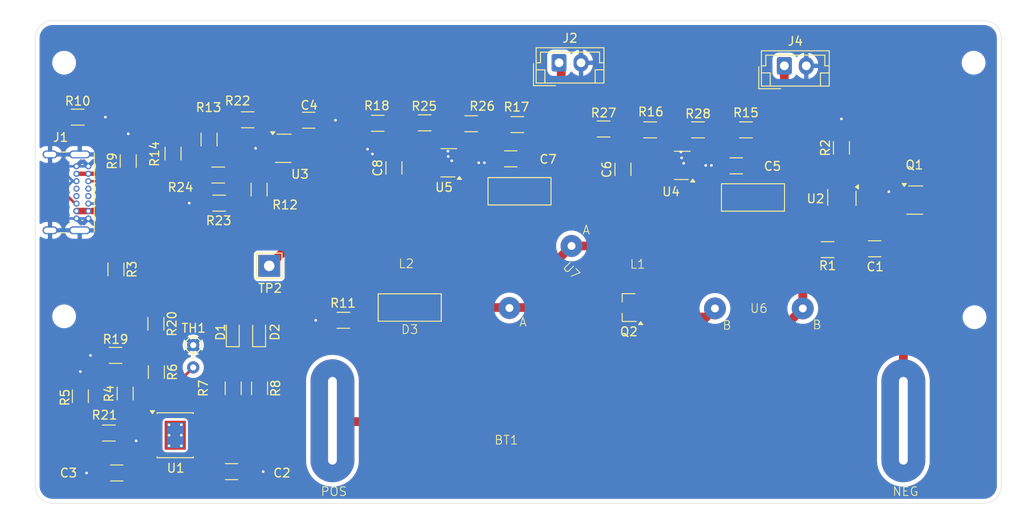
<source format=kicad_pcb>
(kicad_pcb (version 20241229) (generator "pcbnew") (generator_version "9.0")
  (layers (0 "F.Cu" signal) (2 "B.Cu" signal) (13 "F.Paste" user) (15 "B.Paste" user) (5 "F.SilkS" user "F.Silkscreen") (7 "B.SilkS" user "B.Silkscreen") (1 "F.Mask" user) (3 "B.Mask" user) (25 "Edge.Cuts" user))
  (net 0 "")
  (net 1 "/BAT+")
  (net 2 "Net-(BT1--)")
  (net 3 "Net-(U2-VCC)")
  (net 4 "GND")
  (net 5 "Net-(D1-A)")
  (net 6 "VtoBoost")
  (net 7 "/9V Out")
  (net 8 "/5V Out")
  (net 9 "Net-(D1-K)")
  (net 10 "Net-(D2-K)")
  (net 11 "/VUSB")
  (net 12 "Net-(J1-CC1)")
  (net 13 "Net-(D4-A)")
  (net 14 "Net-(D5-A)")
  (net 15 "Net-(Q1-G1)")
  (net 17 "Net-(Q1-G2)")
  (net 19 "Net-(U2-CS)")
  (net 20 "Net-(U1-TEMP)")
  (net 21 "Net-(U1-PROG)")
  (net 22 "Net-(U1-~{CHRG})")
  (net 23 "Net-(U1-~{STDBY})")
  (net 24 "Net-(U3-+)")
  (net 25 "/Enable")
  (net 26 "Net-(U4-FB)")
  (net 27 "Net-(U5-FB)")
  (net 30 "Net-(U3--)")
  (net 40 "Net-(R19-Pad2)")
  (net 41 "Net-(R21-Pad2)")
  (net 42 "Net-(R20-Pad2)")
  (net 43 "Net-(R12-Pad2)")
  (net 44 "Net-(R13-Pad1)")
  (net 45 "Net-(R14-Pad1)")
  (net 46 "Net-(R15-Pad2)")
  (net 47 "Net-(R16-Pad2)")
  (net 48 "Net-(R17-Pad2)")
  (net 49 "Net-(R18-Pad1)")
  (net 50 "Net-(BT1-+)")
  (net 51 "Net-(D3-K)")
  (net 54 "Net-(J1-CC2)")
  (footprint "Resistor_SMD:R_1206_3216Metric_Pad1.30x1.75mm_HandSolder" (layer "F.Cu") (at 97.5 110.85 -90)
    (property "Reference" "R13")
    (property "Value" "62.5K" (hide yes))
  )
  (footprint "GregFootprints:MBRS130LT3G Diode" (layer "F.Cu") (at 130.6195 116.75 180)
    (property "Reference" "D5" (hide yes))
    (property "Value" "D_Schottky" (hide yes))
  )
  (footprint "Resistor_SMD:R_1206_3216Metric_Pad1.30x1.75mm_HandSolder" (layer "F.Cu") (at 132.6 109.15 180)
    (property "Reference" "R17")
    (property "Value" "600K" (hide yes))
  )
  (footprint "Resistor_SMD:R_1206_3216Metric_Pad1.30x1.75mm_HandSolder" (layer "F.Cu") (at 86.1 144.3 180)
    (property "Reference" "R21")
    (property "Value" "0" (hide yes))
  )
  (footprint "Resistor_SMD:R_1206_3216Metric_Pad1.30x1.75mm_HandSolder" (layer "F.Cu") (at 103.2 116.55 -90)
    (property "Reference" "R12")
    (property "Value" "37.5K")
  )
  (footprint "Resistor_SMD:R_1206_3216Metric_Pad1.30x1.75mm_HandSolder" (layer "F.Cu") (at 122.05 108.95 180)
    (property "Reference" "R25")
    (property "Value" "0" (hide yes))
  )
  (footprint "Resistor_SMD:R_1206_3216Metric_Pad1.30x1.75mm_HandSolder" (layer "F.Cu") (at 98.65 118.1 180)
    (property "Reference" "R23")
    (property "Value" "0")
  )
  (footprint "GregFootprints:MBRS130LT3G Diode" (layer "F.Cu") (at 118.1195 130 180)
    (property "Reference" "D3")
    (property "Value" "D_Schottky" (hide yes))
  )
  (footprint "Resistor_SMD:R_1206_3216Metric_Pad1.30x1.75mm_HandSolder" (layer "F.Cu") (at 142.425 109.65)
    (property "Reference" "R27")
    (property "Value" "0")
  )
  (footprint "Capacitor_SMD:C_1206_3216Metric_Pad1.33x1.80mm_HandSolder" (layer "F.Cu") (at 100.0625 148.7)
    (property "Reference" "C2")
    (property "Value" "10uF" (hide yes))
  )
  (footprint "Capacitor_SMD:C_1206_3216Metric_Pad1.33x1.80mm_HandSolder" (layer "F.Cu") (at 118.55 114.0875 90)
    (property "Reference" "C8")
    (property "Value" "1uF")
  )
  (footprint "GregFootprints:InductorFixed" (layer "F.Cu") (at 119.8 120.95 180)
    (property "Reference" "L2")
    (property "Value" "6.8uH")
  )
  (footprint "Resistor_THT:R_Axial_DIN0204_L3.6mm_D1.6mm_P2.54mm_Vertical" (layer "F.Cu") (at 95.7 134.28 -90)
    (property "Reference" "TH1")
    (property "Value" "10K Thermistor_NTC_US" (hide yes))
  )
  (footprint "TestPoint:TestPoint_THTPad_2.5x2.5mm_Drill1.2mm" (layer "F.Cu") (at 104.35 125.25)
    (property "Reference" "TP2")
    (property "Value" "TestPoint")
  )
  (footprint "Package_TO_SOT_SMD:SOT-23-6_Handsoldering" (layer "F.Cu") (at 177.85 117.75)
    (property "Reference" "Q1")
    (property "Value" "DMG9926UDM" (hide yes))
  )
  (footprint "GregFootprints:MBRS130LT3G Diode" (layer "F.Cu") (at 157.1945 117.45 180)
    (property "Reference" "D4" (hide yes))
    (property "Value" "D_Schottky" (hide yes))
  )
  (footprint "Capacitor_SMD:C_1206_3216Metric_Pad1.33x1.80mm_HandSolder" (layer "F.Cu") (at 87 148.85 180)
    (property "Reference" "C3")
    (property "Value" "10uF" (hide yes))
  )
  (footprint "MountingHole:MountingHole_2.2mm_M2" (layer "F.Cu") (at 81 102.1)
    (property "Reference" "H2" (hide yes))
    (property "Value" "MountingHole" (hide yes))
  )
  (footprint "MountingHole:MountingHole_2.2mm_M2" (layer "F.Cu") (at 184.55 102.1)
    (property "Reference" "H1" (hide yes))
    (property "Value" "MountingHole" (hide yes))
  )
  (footprint "Resistor_SMD:R_1206_3216Metric_Pad1.30x1.75mm_HandSolder" (layer "F.Cu") (at 82.55 108.3)
    (property "Reference" "R10")
    (property "Value" "5.1K" (hide yes))
  )
  (footprint "Resistor_SMD:R_1206_3216Metric_Pad1.30x1.75mm_HandSolder" (layer "F.Cu") (at 100.25 139.2 -90)
    (property "Reference" "R7")
    (property "Value" "1K" (hide yes))
  )
  (footprint "GregFootprints:18650 8mm Strip" (layer "F.Cu") (at 111.55 142.9)
    (property "Reference" "BT1")
    (property "Value" "Battery_Cell")
  )
  (footprint "Resistor_SMD:R_1206_3216Metric_Pad1.30x1.75mm_HandSolder" (layer "F.Cu") (at 147.725 109.75 180)
    (property "Reference" "R16")
    (property "Value" "97.6K" (hide yes))
  )
  (footprint "Resistor_SMD:R_1206_3216Metric_Pad1.30x1.75mm_HandSolder" (layer "F.Cu") (at 167.925 123.4 180)
    (property "Reference" "R1")
    (property "Value" "100" (hide yes))
  )
  (footprint "Resistor_SMD:R_1206_3216Metric_Pad1.30x1.75mm_HandSolder" (layer "F.Cu") (at 153.175 109.75)
    (property "Reference" "R28")
    (property "Value" "0" (hide yes))
  )
  (footprint "Capacitor_SMD:C_1206_3216Metric_Pad1.33x1.80mm_HandSolder" (layer "F.Cu") (at 144.625 114.25 90)
    (property "Reference" "C6")
    (property "Value" "1uF")
  )
  (footprint "Resistor_SMD:R_1206_3216Metric_Pad1.30x1.75mm_HandSolder" (layer "F.Cu") (at 82.85 140.1 90)
    (property "Reference" "R5")
    (property "Value" "2.4K" (hide yes))
  )
  (footprint "MountingHole:MountingHole_2.2mm_M2" (layer "F.Cu") (at 81 131)
    (property "Reference" "H3" (hide yes))
    (property "Value" "MountingHole" (hide yes))
  )
  (footprint "Connector_JST:JST_EH_B2B-EH-A_1x02_P2.50mm_Vertical" (layer "F.Cu") (at 137.35 102.1)
    (property "Reference" "J2")
    (property "Value" "Conn_01x02")
  )
  (footprint "GregFootprints:22AWG Wire Jump" (layer "F.Cu") (at 138.771068 122.978932 45)
    (property "Reference" "U7")
    (property "Value" "~")
  )
  (footprint "LED_SMD:LED_0603_1608Metric_Pad1.05x0.95mm_HandSolder" (layer "F.Cu") (at 103.2 132.8 90)
    (property "Reference" "D2")
    (property "Value" "G LED")
  )
  (footprint "Capacitor_SMD:C_1206_3216Metric_Pad1.33x1.80mm_HandSolder" (layer "F.Cu") (at 173.2875 123.3)
    (property "Reference" "C1")
    (property "Value" "0.1uF" (hide yes))
  )
  (footprint "Package_TO_SOT_SMD:SOT-23_Handsoldering" (layer "F.Cu") (at 145.3 130 180)
    (property "Reference" "Q2")
    (property "Value" "PMOS" (hide yes))
  )
  (footprint "Resistor_SMD:R_1206_3216Metric_Pad1.30x1.75mm_HandSolder" (layer "F.Cu") (at 101.9 108.6 180)
    (property "Reference" "R22")
    (property "Value" "0" (hide yes))
  )
  (footprint "Package_SO:SOIC-8-1EP_3.9x4.9mm_P1.27mm_EP2.41x3.3mm_ThermalVias" (layer "F.Cu") (at 93.65 144.55)
    (property "Reference" "U1")
    (property "Value" "TP4056-42" (hide yes))
  )
  (footprint "GregFootprints:22AWG Wire Jump" (layer "F.Cu") (at 155.1 130.1 180)
    (property "Reference" "U6")
    (property "Value" "~")
  )
  (footprint "Package_TO_SOT_SMD:SOT-23-6_Handsoldering" (layer "F.Cu") (at 169.55 117.45 -90)
    (property "Reference" "U2")
    (property "Value" "DW01A" (hide yes))
  )
  (footprint "Resistor_SMD:R_1206_3216Metric_Pad1.30x1.75mm_HandSolder" (layer "F.Cu") (at 103.25 139.2 -90)
    (property "Reference" "R8")
    (property "Value" "1K" (hide yes))
  )
  (footprint "Resistor_SMD:R_1206_3216Metric_Pad1.30x1.75mm_HandSolder" (layer "F.Cu") (at 127.35 109.05 180)
    (property "Reference" "R26")
    (property "Value" "0" (hide yes))
  )
  (footprint "Capacitor_SMD:C_1206_3216Metric_Pad1.33x1.80mm_HandSolder" (layer "F.Cu") (at 108.85 108.65)
    (property "Reference" "C4")
    (property "Value" "0.1uF" (hide yes))
  )
  (footprint "Capacitor_SMD:C_1206_3216Metric_Pad1.33x1.80mm_HandSolder" (layer "F.Cu") (at 131.85 113.05 180)
    (property "Reference" "C7")
    (property "Value" "10uF" (hide yes))
  )
  (footprint "Resistor_SMD:R_1206_3216Metric_Pad1.30x1.75mm_HandSolder" (layer "F.Cu") (at 87.95 139.8 90)
    (property "Reference" "R4")
    (property "Value" "9.6K" (hide yes))
  )
  (footprint "Resistor_SMD:R_1206_3216Metric_Pad1.30x1.75mm_HandSolder" (layer "F.Cu") (at 169.5 111.8 90)
    (property "Reference" "R2")
    (property "Value" "1K")
  )
  (footprint "Package_TO_SOT_SMD:SOT-23-6_Handsoldering" (layer "F.Cu") (at 124.8 113.5 180)
    (property "Reference" "U5")
    (property "Value" "TLV61048DBVR" (hide yes))
  )
  (footprint "Resistor_SMD:R_1206_3216Metric_Pad1.30x1.75mm_HandSolder" (layer "F.Cu") (at 91.5 137.35 -90)
    (property "Reference" "R6")
    (property "Value" "1.7K" (hide yes))
  )
  (footprint "Resistor_SMD:R_1206_3216Metric_Pad1.30x1.75mm_HandSolder" (layer "F.Cu") (at 86.85 135.45)
    (property "Reference" "R19")
    (property "Value" "0")
  )
  (footprint "Resistor_SMD:R_1206_3216Metric_Pad1.30x1.75mm_HandSolder" (layer "F.Cu") (at 86.9 125.65 -90)
    (property "Reference" "R3")
    (property "Value" "0.4")
  )
  (footprint "Resistor_SMD:R_1206_3216Metric_Pad1.30x1.75mm_HandSolder" (layer "F.Cu") (at 93.4 112.45 90)
    (property "Reference" "R14")
    (property "Value" "300K" (hide yes))
  )
  (footprint "Resistor_SMD:R_1206_3216Metric_Pad1.30x1.75mm_HandSolder" (layer "F.Cu") (at 116.7 109 180)
    (property "Reference" "R18")
    (property "Value" "115K" (hide yes))
  )
  (footprint "Connector_JST:JST_EH_B2B-EH-A_1x02_P2.50mm_Vertical" (layer "F.Cu") (at 163 102.45)
    (property "Reference" "J4")
    (property "Value" "Conn_01x02")
  )
  (footprint "LED_SMD:LED_0603_1608Metric_Pad1.05x0.95mm_HandSolder" (layer "F.Cu") (at 100.2 132.8 90)
    (property "Reference" "D1")
    (property "Value" "R LED")
  )
  (footprint "Package_TO_SOT_SMD:SOT-23-6_Handsoldering" (layer "F.Cu") (at 105.95 111.85)
    (property "Reference" "U3")
    (property "Value" "MCP65R41" (hide yes))
  )
  (footprint "Resistor_SMD:R_1206_3216Metric_Pad1.30x1.75mm_HandSolder" (layer "F.Cu") (at 158.625 109.75 180)
    (property "Reference" "R15")
    (property "Value" "1M" (hide yes))
  )
  (footprint "Resistor_SMD:R_1206_3216Metric_Pad1.30x1.75mm_HandSolder" (layer "F.Cu") (at 98.55 114.9 180)
    (property "Reference" "R24")
    (property "Value" "0")
  )
  (footprint "Capacitor_SMD:C_1206_3216Metric_Pad1.33x1.80mm_HandSolder" (layer "F.Cu") (at 157.525 113.85 180)
    (property "Reference" "C5")
    (property "Value" "10uF" (hide yes))
  )
  (footprint "Package_TO_SOT_SMD:SOT-23-6_Handsoldering" (layer "F.Cu") (at 151.375 113.8 180)
    (property "Reference" "U4")
    (property "Value" "TLV61048DBVR" (hide yes))
  )
  (footprint "MountingHole:MountingHole_2.2mm_M2" (layer "F.Cu") (at 184.65 131.1)
    (property "Reference" "H4" (hide yes))
    (property "Value" "MountingHole" (hide yes))
  )
  (footprint "Resistor_SMD:R_1206_3216Metric_Pad1.30x1.75mm_HandSolder" (layer "F.Cu") (at 91.45 131.85 -90)
    (property "Reference" "R20")
    (property "Value" "0")
  )
  (footprint "GregFootprints:InductorFixed" (layer "F.Cu") (at 146.25 121.25 180)
    (property "Reference" "L1")
    (property "Value" "6.8uH" (hide yes))
  )
  (footprint "Connector_USB:USB_C_Receptacle_GCT_USB4085" (layer "F.Cu") (at 83.76 113.9 -90)
    (property "Reference" "J1")
    (property "Value" "USB_C_Receptacle_USB2.0_16P" (hide yes))
  )
  (footprint "Resistor_SMD:R_1206_3216Metric_Pad1.30x1.75mm_HandSolder" (layer "F.Cu") (at 112.8 131.45 180)
    (property "Reference" "R11")
    (property "Value" "10K" (hide yes))
  )
  (footprint "Resistor_SMD:R_1206_3216Metric_Pad1.30x1.75mm_HandSolder" (layer "F.Cu") (at 88.3 113.3 90)
    (property "Reference" "R9")
    (property "Value" "5.1K" (hide yes))
  )
  (gr_arc (start 187.7 150.3) (mid 187.114214 151.714214) (end 185.7 152.3) (stroke (width 0.05)) (layer "Edge.Cuts"))
  (gr_arc (start 185.7 97.3) (mid 187.114214 97.885786) (end 187.7 99.3) (stroke (width 0.05)) (layer "Edge.Cuts"))
  (gr_arc (start 77.7 99.3) (mid 78.285786 97.885786) (end 79.7 97.3) (stroke (width 0.05)) (layer "Edge.Cuts"))
  (gr_line (start 79.7 97.3) (end 185.7 97.3) (stroke (width 0.05)) (layer "Edge.Cuts"))
  (gr_line (start 77.7 150.3) (end 77.7 99.3) (stroke (width 0.05)) (layer "Edge.Cuts"))
  (gr_line (start 187.7 99.3) (end 187.7 150.3) (stroke (width 0.05)) (layer "Edge.Cuts"))
  (gr_line (start 185.7 152.3) (end 79.7 152.3) (stroke (width 0.05)) (layer "Edge.Cuts"))
  (gr_arc (start 79.7 152.3) (mid 78.285786 151.714214) (end 77.7 150.3) (stroke (width 0.05)) (layer "Edge.Cuts"))
  (gr_text "POS" (at 110.15 151.55 0) (layer "F.SilkS") (effects (font (size 1 1) (thickness 0.1)) (justify left bottom)))
  (gr_text "A" (at 139.95 121.75 0) (layer "F.SilkS") (effects (font (size 1 1) (thickness 0.1)) (justify left bottom)))
  (gr_text "B" (at 155.9 132.6 0) (layer "F.SilkS") (effects (font (size 1 1) (thickness 0.1)) (justify left bottom)))
  (gr_text "A" (at 132.75 132.25 0) (layer "F.SilkS") (effects (font (size 1 1) (thickness 0.1)) (justify left bottom)))
  (gr_text "B" (at 166.15 132.55 0) (layer "F.SilkS") (effects (font (size 1 1) (thickness 0.1)) (justify left bottom)))
  (gr_text "NEG" (at 175.25 151.55 0) (layer "F.SilkS") (effects (font (size 1 1) (thickness 0.1)) (justify left bottom)))
  (segment (start 154.25 130.95) (end 155.1 130.1) (width 0.75) (layer "F.Cu") (net 1))
  (segment (start 155.1 130.1) (end 151.15 134.05) (width 1) (layer "F.Cu") (net 1))
  (segment (start 108.7 134.05) (end 106.75 136) (width 1) (layer "F.Cu") (net 1))
  (segment (start 96.125 146.455) (end 96.255 146.455) (width 1) (layer "F.Cu") (net 1))
  (segment (start 106.75 142.9) (end 103.195 146.455) (width 1) (layer "F.Cu") (net 1))
  (segment (start 146.8625 130.95) (end 154.25 130.95) (width 0.75) (layer "F.Cu") (net 1))
  (segment (start 106.75 136) (end 106.75 142.9) (width 1) (layer "F.Cu") (net 1))
  (segment (start 151.15 134.05) (end 109.25 134.05) (width 1) (layer "F.Cu") (net 1))
  (segment (start 103.195 146.455) (end 96.125 146.455) (width 1) (layer "F.Cu") (net 1))
  (segment (start 109.25 134.05) (end 108.7 134.05) (width 1) (layer "F.Cu") (net 1))
  (segment (start 96.255 146.455) (end 98.5 148.7) (width 1) (layer "F.Cu") (net 1))
  (segment (start 176.55 142.9) (end 176.55 123.3) (width 1) (layer "F.Cu") (net 2))
  (segment (start 176.55 118.826) (end 176.5 118.776) (width 1) (layer "F.Cu") (net 2))
  (segment (start 170.5 118.8) (end 176.4 118.8) (width 0.5) (layer "F.Cu") (net 2))
  (segment (start 176.55 123.3) (end 176.55 118.826) (width 1) (layer "F.Cu") (net 2))
  (segment (start 174.85 123.3) (end 176.55 123.3) (width 1) (layer "F.Cu") (net 2))
  (segment (start 176.4 118.8) (end 176.5 118.7) (width 0.5) (layer "F.Cu") (net 2))
  (segment (start 171.725 123.3) (end 169.575 123.3) (width 0.5) (layer "F.Cu") (net 3))
  (segment (start 169.55 118.8) (end 169.55 123.325) (width 0.5) (layer "F.Cu") (net 3))
  (segment (start 144.625 112.6875) (end 141.8375 112.6875) (width 1) (layer "F.Cu") (net 4))
  (segment (start 124.699884 112.751302) (end 124.727457 112.778875) (width 0.3) (layer "F.Cu") (net 4))
  (segment (start 124.727457 112.857455) (end 125.135001 113.264999) (width 0.3) (layer "F.Cu") (net 4))
  (segment (start 155.9125 113.8) (end 155.9625 113.85) (width 0.5) (layer "F.Cu") (net 4))
  (segment (start 124.785001 112.914999) (end 124.581 112.710999) (width 0.3) (layer "F.Cu") (net 4))
  (segment (start 97.1 118.1) (end 95.25 118.1) (width 0.3) (layer "F.Cu") (net 4))
  (segment (start 88.3 111.75) (end 88.3 110.2) (width 0.3) (layer "F.Cu") (net 4))
  (segment (start 151.220116 112.264356) (end 150.25576 111.3) (width 0.3) (layer "F.Cu") (net 4))
  (segment (start 151.542439 113.557561) (end 151.305 113.320122) (width 0.3) (layer "F.Cu") (net 4))
  (segment (start 116.125 112.525) (end 116.1 112.5) (width 1) (layer "F.Cu") (net 4))
  (segment (start 116.4 110.85) (end 115.15 109.6) (width 0.3) (layer "F.Cu") (net 4))
  (segment (start 124.699884 112.181757) (end 124.699884 111.899884) (width 0.3) (layer "F.Cu") (net 4))
  (segment (start 110.4125 108.65) (end 111.9 108.65) (width 0.5) (layer "F.Cu") (net 4))
  (segment (start 84.1 108.3) (end 85.7 108.3) (width 0.3) (layer "F.Cu") (net 4))
  (segment (start 142.525 111.3) (end 140.875 109.65) (width 0.3) (layer "F.Cu") (net 4))
  (segment (start 89.2 145.185) (end 91.175 145.185) (width 0.75) (layer "F.Cu") (net 4))
  (segment (start 151.784878 113.8) (end 151.542439 113.557561) (width 0.3) (layer "F.Cu") (net 4))
  (segment (start 125.370001 113.5) (end 125.135001 113.264999) (width 0.3) (layer "F.Cu") (net 4))
  (segment (start 129.8375 113.5) (end 128.85 113.5) (width 0.75) (layer "F.Cu") (net 4))
  (segment (start 151.256 112.95) (end 151.256 112.428878) (width 0.3) (layer "F.Cu") (net 4))
  (segment (start 84 135.45) (end 85.3 135.45) (width 0.3) (layer "F.Cu") (net 4))
  (segment (start 126.15 113.5) (end 125.370001 113.5) (width 0.3) (layer "F.Cu") (net 4))
  (segment (start 125.135001 113.264999) (end 124.785001 112.914999) (width 0.3) (layer "F.Cu") (net 4))
  (segment (start 152.725 113.8) (end 151.784878 113.8) (width 0.3) (layer "F.Cu") (net 4))
  (segment (start 151.256 112.428878) (end 151.256 112.30024) (width 0.3) (layer "F.Cu") (net 4))
  (segment (start 124.785001 112.836419) (end 124.727457 112.778875) (width 0.3) (layer "F.Cu") (net 4))
  (segment (start 85.4375 148.85) (end 83.55 148.85) (width 0.75) (layer "F.Cu") (net 4))
  (segment (start 111.25 131.45) (end 109.65 131.45) (width 0.3) (layer "F.Cu") (net 4))
  (segment (start 115.15 109.6) (end 115.15 109) (width 0.3) (layer "F.Cu") (net 4))
  (segment (start 150.25576 111.3) (end 142.525 111.3) (width 0.3) (layer "F.Cu") (net 4))
  (segment (start 141.8375 112.6875) (end 140.875 111.725) (width 1) (layer "F.Cu") (net 4))
  (segment (start 124.699884 111.899884) (end 123.65 110.85) (width 0.3) (layer "F.Cu") (net 4))
  (segment (start 82.85 137.3) (end 82.85 138.55) (width 0.3) (layer "F.Cu") (net 4))
  (segment (start 124.785001 112.914999) (end 124.785001 112.836419) (width 0.3) (layer "F.Cu") (net 4))
  (segment (start 115.15 111.55) (end 115.55 111.95) (width 1) (layer "F.Cu") (net 4))
  (segment (start 115.15 109) (end 115.15 111.55) (width 1) (layer "F.Cu") (net 4))
  (segment (start 104.6 111.85) (end 102.8 111.85) (width 0.5) (layer "F.Cu") (net 4))
  (segment (start 151.256 112.95) (end 151.29776 112.95) (width 0.3) (layer "F.Cu") (net 4))
  (segment (start 124.699884 112.181757) (end 124.699884 112.751302) (width 0.3) (layer "F.Cu") (net 4))
  (segment (start 176.5 116.8) (end 174.9 116.8) (width 0.5) (layer "F.Cu") (net 4))
  (segment (start 151.256 112.30024) (end 151.220116 112.264356) (width 0.3) (layer "F.Cu") (net 4))
  (segment (start 128.85 113.5) (end 128.2 113.5) (width 0.75) (layer "F.Cu") (net 4))
  (segment (start 124.727457 112.778875) (end 124.727457 112.857455) (width 0.3) (layer "F.Cu") (net 4))
  (segment (start 152.725 113.8) (end 155.9125 113.8) (width 0.5) (layer "F.Cu") (net 4))
  (segment (start 123.65 110.85) (end 116.4 110.85) (width 0.3) (layer "F.Cu") (net 4))
  (segment (start 140.875 111.725) (end 140.875 109.65) (width 1) (layer "F.Cu") (net 4))
  (segment (start 169.5 110.25) (end 169.5 108.5) (width 0.5) (layer "F.Cu") (net 4))
  (segment (start 151.305 113.320122) (end 151.305 112.94276) (width 0.3) (layer "F.Cu") (net 4))
  (segment (start 101.625 148.7) (end 103.6625 148.7) (width 1) (layer "F.Cu") (net 4))
  (segment (start 128.2 113.5) (end 126.15 113.5) (width 0.75) (layer "F.Cu") (net 4))
  (segment (start 151.29776 112.95) (end 151.305 112.94276) (width 0.3) (layer "F.Cu") (net 4))
  (segment (start 130.2875 113.05) (end 129.8375 113.5) (width 0.75) (layer "F.Cu") (net 4))
  (segment (start 115.55 111.95) (end 116.1 112.5) (width 1) (layer "F.Cu") (net 4))
  (segment (start 118.55 112.525) (end 116.125 112.525) (width 1) (layer "F.Cu") (net 4))
  (via (at 88.3 110.2) (size 0.6) (drill 0.3) (layers "F.Cu" "B.Cu") (net 4))
  (via (at 128.2 113.5) (size 0.6) (drill 0.3) (layers "F.Cu" "B.Cu") (net 4))
  (via (at 128.85 113.5) (size 0.6) (drill 0.3) (layers "F.Cu" "B.Cu") (net 4))
  (via (at 169.5 108.5) (size 0.6) (drill 0.3) (layers "F.Cu" "B.Cu") (net 4))
  (via (at 115.55 111.95) (size 0.6) (drill 0.3) (layers "F.Cu" "B.Cu") (net 4))
  (via (at 95.25 118.1) (size 0.6) (drill 0.3) (layers "F.Cu" "B.Cu") (net 4))
  (via (at 174.9 116.8) (size 0.6) (drill 0.3) (layers "F.Cu" "B.Cu") (net 4))
  (via (at 116.1 112.5) (size 0.6) (drill 0.3) (layers "F.Cu" "B.Cu") (net 4))
  (via (at 109.65 131.45) (size 0.6) (drill 0.3) (layers "F.Cu" "B.Cu") (net 4))
  (via (at 154.7 113.8) (size 0.6) (drill 0.3) (layers "F.Cu" "B.Cu") (net 4))
  (via (at 124.699884 112.181757) (size 0.6) (drill 0.3) (layers "F.Cu" "B.Cu") (net 4))
  (via (at 154.05 113.8) (size 0.6) (drill 0.3) (layers "F.Cu" "B.Cu") (net 4))
  (via (at 151.220116 112.264356) (size 0.6) (drill 0.3) (layers "F.Cu" "B.Cu") (net 4))
  (via (at 84 135.45) (size 0.6) (drill 0.3) (layers "F.Cu" "B.Cu") (net 4))
  (via (at 83.55 148.85) (size 0.6) (drill 0.3) (layers "F.Cu" "B.Cu") (net 4))
  (via (at 82.85 137.3) (size 0.6) (drill 0.3) (layers "F.Cu" "B.Cu") (net 4))
  (via (at 89.2 145.185) (size 0.6) (drill 0.3) (layers "F.Cu" "B.Cu") (net 4))
  (via (at 151.542439 113.557561) (size 0.6) (drill 0.3) (layers "F.Cu" "B.Cu") (net 4))
  (via (at 151.305 112.94276) (size 0.6) (drill 0.3) (layers "F.Cu" "B.Cu") (net 4))
  (via (at 125.135001 113.264999) (size 0.6) (drill 0.3) (layers "F.Cu" "B.Cu") (net 4))
  (via (at 85.7 108.3) (size 0.6) (drill 0.3) (layers "F.Cu" "B.Cu") (net 4))
  (via (at 103.6625 148.7) (size 0.6) (drill 0.3) (layers "F.Cu" "B.Cu") (net 4))
  (via (at 111.9 108.65) (size 0.6) (drill 0.3) (layers "F.Cu" "B.Cu") (net 4))
  (via (at 124.727457 112.778875) (size 0.6) (drill 0.3) (layers "F.Cu" "B.Cu") (net 4))
  (via (at 102.8 111.85) (size 0.6) (drill 0.3) (layers "F.Cu" "B.Cu") (net 4))
  (segment (start 85.5 149) (end 85.5 149.1) (width 0.5) (layer "B.Cu") (net 4))
  (segment (start 83.76 118.15) (end 84.45 118.15) (width 0.3) (layer "B.Cu") (net 4))
  (segment (start 82.41 115.6) (end 81.95 115.6) (width 0.3) (layer "B.Cu") (net 4))
  (segment (start 109.65 131.45) (end 109.45 131.45) (width 0.3) (layer "B.Cu") (net 4))
  (segment (start 82 115.6) (end 81.5 115.1) (width 0.3) (layer "B.Cu") (net 4))
  (segment (start 82.41 113.9) (end 81.35 113.9) (width 0.3) (layer "B.Cu") (net 4))
  (segment (start 84.45 118.15) (end 84.75 117.85) (width 0.3) (layer "B.Cu") (net 4))
  (segment (start 82.41 119.85) (end 81.4 119.85) (width 0.3) (layer "B.Cu") (net 4))
  (segment (start 83.76 118.15) (end 84.95 118.15) (width 0.3) (layer "B.Cu") (net 4))
  (segment (start 82 115.6) (end 82.41 115.6) (width 0.3) (layer "B.Cu") (net 4))
  (segment (start 82.41 119.85) (end 83.76 119.85) (width 0.3) (layer "B.Cu") (net 4))
  (segment (start 82.41 113.9) (end 83.76 113.9) (width 0.3) (layer "B.Cu") (net 4))
  (segment (start 81.95 115.6) (end 81.5 116.05) (width 0.3) (layer "B.Cu") (net 4))
  (segment (start 86.9 128.8) (end 86.9 129.8) (width 1) (layer "F.Cu") (net 5))
  (segment (start 91.175 146.455) (end 90.9575 146.455) (width 1) (layer "F.Cu") (net 5))
  (segment (start 102.9 130.45) (end 103.2 130.75) (width 0.3) (layer "F.Cu") (net 5))
  (segment (start 96.25 128.8) (end 97.9 130.45) (width 0.5) (layer "F.Cu") (net 5))
  (segment (start 90.9575 146.455) (end 88.5625 148.85) (width 1) (layer "F.Cu") (net 5))
  (segment (start 86.9 128.8) (end 90.75 128.8) (width 0.5) (layer "F.Cu") (net 5))
  (segment (start 79.9 137.2) (end 79.9 143.1) (width 1) (layer "F.Cu") (net 5))
  (segment (start 79.9 143.1) (end 83.25 146.45) (width 1) (layer "F.Cu") (net 5))
  (segment (start 86.9 129.8) (end 86.9 130.2) (width 1) (layer "F.Cu") (net 5))
  (segment (start 103.2 130.75) (end 103.2 131.925) (width 0.3) (layer "F.Cu") (net 5))
  (segment (start 97.9 130.45) (end 97.9 140.87) (width 0.5) (layer "F.Cu") (net 5))
  (segment (start 91.45 130.3) (end 91.45 129.5) (width 0.3) (layer "F.Cu") (net 5))
  (segment (start 83.25 146.45) (end 91.17 146.45) (width 1) (layer "F.Cu") (net 5))
  (segment (start 100.15 130.45) (end 100.2 130.5) (width 0.3) (layer "F.Cu") (net 5))
  (segment (start 100.2 130.5) (end 100.2 131.925) (width 0.3) (layer "F.Cu") (net 5))
  (segment (start 86.9 127.2) (end 86.9 128.8) (width 1) (layer "F.Cu") (net 5))
  (segment (start 90.75 128.8) (end 96.25 128.8) (width 0.5) (layer "F.Cu") (net 5))
  (segment (start 91.45 129.5) (end 90.75 128.8) (width 0.3) (layer "F.Cu") (net 5))
  (segment (start 97.9 130.45) (end 100.15 130.45) (width 0.3) (layer "F.Cu") (net 5))
  (segment (start 97.9 140.87) (end 96.125 142.645) (width 0.5) (layer "F.Cu") (net 5))
  (segment (start 86.9 130.2) (end 79.9 137.2) (width 1) (layer "F.Cu") (net 5))
  (segment (start 100.15 130.45) (end 102.9 130.45) (width 0.3) (layer "F.Cu") (net 5))
  (segment (start 144.625 118.625) (end 144.625 115.8125) (width 1) (layer "F.Cu") (net 6))
  (segment (start 147.45 120.05) (end 147.45 114.95) (width 1) (layer "F.Cu") (net 6))
  (segment (start 118.55 118.7) (end 118.55 115.65) (width 1) (layer "F.Cu") (net 6))
  (segment (start 144.521068 122.978932) (end 146.25 121.25) (width 1) (layer "F.Cu") (net 6))
  (segment (start 146.25 121.25) (end 147.45 120.05) (width 1) (layer "F.Cu") (net 6))
  (segment (start 146.25 121.25) (end 146.25 120.25) (width 1) (layer "F.Cu") (net 6))
  (segment (start 103.45 108.6) (end 107.2375 108.6) (width 0.3) (layer "F.Cu") (net 6))
  (segment (start 122.15 113.5) (end 122.394324 113.5) (width 1) (layer "F.Cu") (net 6))
  (segment (start 138.771068 122.978932) (end 144.521068 122.978932) (width 1) (layer "F.Cu") (net 6))
  (segment (start 119.8 120.95) (end 119.8 119.95) (width 1) (layer "F.Cu") (net 6))
  (segment (start 107.3 108.6625) (end 107.2875 108.65) (width 0.5) (layer "F.Cu") (net 6))
  (segment (start 120.9 114.75) (end 122.15 113.5) (width 1) (layer "F.Cu") (net 6))
  (segment (start 136.4 125.35) (end 124.2 125.35) (width 1) (layer "F.Cu") (net 6))
  (segment (start 113.95 115.65) (end 109.2 110.9) (width 0.5) (layer "F.Cu") (net 6))
  (segment (start 147.45 114.95) (end 148.6 113.8) (width 1) (layer "F.Cu") (net 6))
  (segment (start 148.6 113.8) (end 148.969324 113.8) (width 1) (layer "F.Cu") (net 6))
  (segment (start 119.8 120.95) (end 120.9 119.85) (width 1) (layer "F.Cu") (net 6))
  (segment (start 124.2 125.35) (end 119.8 120.95) (width 1) (layer "F.Cu") (net 6))
  (segment (start 118.55 115.65) (end 113.95 115.65) (width 0.5) (layer "F.Cu") (net 6))
  (segment (start 146.25 120.25) (end 144.625 118.625) (width 1) (layer "F.Cu") (net 6))
  (segment (start 120.9 119.85) (end 120.9 114.75) (width 1) (layer "F.Cu") (net 6))
  (segment (start 107.2375 108.6) (end 107.2875 108.65) (width 0.3) (layer "F.Cu") (net 6))
  (segment (start 107.3 110.9) (end 107.3 108.6625) (width 0.5) (layer "F.Cu") (net 6))
  (segment (start 109.2 110.9) (end 107.3 110.9) (width 0.5) (layer "F.Cu") (net 6))
  (segment (start 119.8 119.95) (end 118.55 118.7) (width 1) (layer "F.Cu") (net 6))
  (segment (start 138.771068 122.978932) (end 136.4 125.35) (width 1) (layer "F.Cu") (net 6))
  (segment (start 159.0875 113.85) (end 159.0875 114.882) (width 1) (layer "F.Cu") (net 7))
  (segment (start 163 102.45) (end 163 110.15) (width 1) (layer "F.Cu") (net 7))
  (segment (start 160.175 109.75) (end 160.175 112.7625) (width 1) (layer "F.Cu") (net 7))
  (segment (start 159.3 113.85) (end 159.0875 113.85) (width 1) (layer "F.Cu") (net 7))
  (segment (start 160.175 112.7625) (end 159.0875 113.85) (width 1) (layer "F.Cu") (net 7))
  (segment (start 163 110.15) (end 159.3 113.85) (width 1) (layer "F.Cu") (net 7))
  (segment (start 159.0875 114.882) (end 161.6555 117.45) (width 1) (layer "F.Cu") (net 7))
  (segment (start 133.4125 109.8875) (end 134.15 109.15) (width 1) (layer "F.Cu") (net 8))
  (segment (start 133.85 113.05) (end 137.6 109.3) (width 1) (layer "F.Cu") (net 8))
  (segment (start 135.0805 114.718) (end 133.4125 113.05) (width 1) (layer "F.Cu") (net 8))
  (segment (start 137.6 102.35) (end 137.35 102.1) (width 1) (layer "F.Cu") (net 8))
  (segment (start 133.4125 113.05) (end 133.85 113.05) (width 1) (layer "F.Cu") (net 8))
  (segment (start 135.0805 116.75) (end 135.0805 114.718) (width 1) (layer "F.Cu") (net 8))
  (segment (start 133.4125 113.05) (end 133.4125 109.8875) (width 1) (layer "F.Cu") (net 8))
  (segment (start 137.6 109.3) (end 137.6 102.35) (width 1) (layer "F.Cu") (net 8))
  (segment (start 100.25 133.725) (end 100.2 133.675) (width 0.3) (layer "F.Cu") (net 9))
  (segment (start 100.25 137.65) (end 100.25 133.725) (width 0.3) (layer "F.Cu") (net 9))
  (segment (start 103.25 137.65) (end 103.25 133.725) (width 0.3) (layer "F.Cu") (net 10))
  (segment (start 103.25 133.725) (end 103.2 133.675) (width 0.3) (layer "F.Cu") (net 10))
  (segment (start 84.65 119) (end 84.219562 119) (width 0.75) (layer "F.Cu") (net 11))
  (segment (start 91.4 114.95) (end 91.4 121.65) (width 0.5) (layer "F.Cu") (net 11))
  (segment (start 87.3 121.65) (end 91.4 121.65) (width 1) (layer "F.Cu") (net 11))
  (segment (start 146.8 128.9875) (end 146.8 129.05) (width 0.75) (layer "F.Cu") (net 11))
  (segment (start 83.76 114.75) (end 85.7 114.75) (width 0.5) (layer "F.Cu") (net 11))
  (segment (start 89.8 113.35) (end 91.4 114.95) (width 0.5) (layer "F.Cu") (net 11))
  (segment (start 118.1195 128.0305) (end 118.75 127.4) (width 0.75) (layer "F.Cu") (net 11))
  (segment (start 86.45 120.8) (end 87.3 121.65) (width 1) (layer "F.Cu") (net 11))
  (segment (start 87.1 113.35) (end 89.8 113.35) (width 0.5) (layer "F.Cu") (net 11))
  (segment (start 85.7 114.75) (end 87.1 113.35) (width 0.5) (layer "F.Cu") (net 11))
  (segment (start 116.15 130) (end 118.1195 130) (width 1) (layer "F.Cu") (net 11))
  (segment (start 107.8 121.8) (end 104.35 125.25) (width 1) (layer "F.Cu") (net 11))
  (segment (start 145.2125 127.4) (end 146.8 128.9875) (width 0.75) (layer "F.Cu") (net 11))
  (segment (start 114.35 131.45) (end 116.6695 131.45) (width 0.3) (layer "F.Cu") (net 11))
  (segment (start 86.9 121.25) (end 86.45 120.8) (width 1) (layer "F.Cu") (net 11))
  (segment (start 118.1195 130) (end 118.1195 128.0305) (width 0.75) (layer "F.Cu") (net 11))
  (segment (start 86.45 120.8) (end 84.65 119) (width 1) (layer "F.Cu") (net 11))
  (segment (start 82.41 119) (end 83.76 119) (width 0.75) (layer "F.Cu") (net 11))
  (segment (start 107.8 121.65) (end 116.15 130) (width 1) (layer "F.Cu") (net 11))
  (segment (start 82.41 114.75) (end 83.76 114.75) (width 0.5) (layer "F.Cu") (net 11))
  (segment (start 116.6695 131.45) (end 118.1195 130) (width 0.3) (layer "F.Cu") (net 11))
  (segment (start 118.75 127.4) (end 145.2125 127.4) (width 0.75) (layer "F.Cu") (net 11))
  (segment (start 86.9 123.95) (end 86.9 121.25) (width 1) (layer "F.Cu") (net 11))
  (segment (start 91.4 121.65) (end 107.8 121.65) (width 1) (layer "F.Cu") (net 11))
  (segment (start 87.55 115.6) (end 83.76 115.6) (width 0.3) (layer "F.Cu") (net 12))
  (segment (start 88.3 114.85) (end 87.55 115.6) (width 0.3) (layer "F.Cu") (net 12))
  (segment (start 152.55 121.25) (end 152.55 115.001) (width 1) (layer "F.Cu") (net 13))
  (segment (start 157.1945 117.45) (end 155.349 117.45) (width 1) (layer "F.Cu") (net 13))
  (segment (start 155.349 117.45) (end 152.725 114.826) (width 1) (layer "F.Cu") (net 13))
  (segment (start 126.1 115.05) (end 126.1 120.95) (width 1) (layer "F.Cu") (net 14))
  (segment (start 128 116.75) (end 126.2 114.95) (width 1) (layer "F.Cu") (net 14))
  (segment (start 130.6195 116.75) (end 128 116.75) (width 1) (layer "F.Cu") (net 14))
  (segment (start 126.2 114.95) (end 126.1 115.05) (width 1) (layer "F.Cu") (net 14))
  (segment (start 168.6 116.879999) (end 168.6 116.1) (width 0.3) (layer "F.Cu") (net 15))
  (segment (start 173.55 115.4) (end 171.5 117.45) (width 0.3) (layer "F.Cu") (net 15))
  (segment (start 169.170001 117.45) (end 168.6 116.879999) (width 0.3) (layer "F.Cu") (net 15))
  (segment (start 177.8 115.4) (end 173.55 115.4) (width 0.3) (layer "F.Cu") (net 15))
  (segment (start 179.2 116.8) (end 177.8 115.4) (width 0.3) (layer "F.Cu") (net 15))
  (segment (start 171.5 117.45) (end 169.170001 117.45) (width 0.3) (layer "F.Cu") (net 15))
  (segment (start 182.2 115.05) (end 182.2 116.479999) (width 0.3) (layer "F.Cu") (net 17))
  (segment (start 170.5 116.1) (end 171.9 114.7) (width 0.3) (layer "F.Cu") (net 17))
  (segment (start 182.2 116.479999) (end 179.979999 118.7) (width 0.3) (layer "F.Cu") (net 17))
  (segment (start 171.9 114.7) (end 181.85 114.7) (width 0.3) (layer "F.Cu") (net 17))
  (segment (start 181.85 114.7) (end 182.2 115.05) (width 0.3) (layer "F.Cu") (net 17))
  (segment (start 179.979999 118.7) (end 179.2 118.7) (width 0.3) (layer "F.Cu") (net 17))
  (segment (start 169.5 116.05) (end 169.55 116.1) (width 0.5) (layer "F.Cu") (net 19))
  (segment (start 169.5 113.35) (end 169.5 116.05) (width 0.5) (layer "F.Cu") (net 19))
  (segment (start 89.88 141.35) (end 91.175 142.645) (width 0.3) (layer "F.Cu") (net 20))
  (segment (start 95.7 136.82) (end 93.62 138.9) (width 0.3) (layer "F.Cu") (net 20))
  (segment (start 91.5 142.32) (end 91.175 142.645) (width 0.3) (layer "F.Cu") (net 20))
  (segment (start 87.95 141.35) (end 89.88 141.35) (width 0.3) (layer "F.Cu") (net 20))
  (segment (start 91.5 138.9) (end 91.5 142.32) (width 0.3) (layer "F.Cu") (net 20))
  (segment (start 93.62 138.9) (end 91.5 138.9) (width 0.3) (layer "F.Cu") (net 20))
  (segment (start 88.065 144.665) (end 87.6 144.2) (width 0.3) (layer "F.Cu") (net 21))
  (segment (start 88.035 143.915) (end 87.65 144.3) (width 0.3) (layer "F.Cu") (net 21))
  (segment (start 91.175 143.915) (end 88.035 143.915) (width 0.3) (layer "F.Cu") (net 21))
  (segment (start 96.125 143.915) (end 98.535 143.915) (width 0.3) (layer "F.Cu") (net 22))
  (segment (start 100.25 142.2) (end 100.25 140.75) (width 0.3) (layer "F.Cu") (net 22))
  (segment (start 98.535 143.915) (end 100.25 142.2) (width 0.3) (layer "F.Cu") (net 22))
  (segment (start 103.25 142.1) (end 103.25 140.75) (width 0.3) (layer "F.Cu") (net 23))
  (segment (start 100.165 145.185) (end 103.25 142.1) (width 0.3) (layer "F.Cu") (net 23))
  (segment (start 96.125 145.185) (end 100.165 145.185) (width 0.3) (layer "F.Cu") (net 23))
  (segment (start 103.2 115) (end 103.2 114.2) (width 0.3) (layer "F.Cu") (net 24))
  (segment (start 100.1 114.9) (end 103.1 114.9) (width 0.3) (layer "F.Cu") (net 24))
  (segment (start 103.2 114.2) (end 104.6 112.8) (width 0.3) (layer "F.Cu") (net 24))
  (segment (start 97.5 112.4) (end 97.6 112.4) (width 0.3) (layer "F.Cu") (net 24))
  (segment (start 103.1 114.9) (end 103.2 115) (width 0.3) (layer "F.Cu") (net 24))
  (segment (start 97.6 112.4) (end 100.1 114.9) (width 0.3) (layer "F.Cu") (net 24))
  (segment (start 147 112.85) (end 150.025 112.85) (width 0.3) (layer "F.Cu") (net 25))
  (segment (start 130.7 111) (end 131.85 112.15) (width 0.3) (layer "F.Cu") (net 25))
  (segment (start 134.57742 119.05) (end 136.15 119.05) (width 0.3) (layer "F.Cu") (net 25))
  (segment (start 123.45 112.55) (end 120.85 112.55) (width 0.3) (layer "F.Cu") (net 25))
  (segment (start 140.95 114.25) (end 145.6 114.25) (width 0.3) (layer "F.Cu") (net 25))
  (segment (start 125.6 106.15) (end 127.45 108) (width 0.3) (layer "F.Cu") (net 25))
  (segment (start 105.160702 110.9) (end 104.6 110.9) (width 0.3) (layer "F.Cu") (net 25))
  (segment (start 136.15 119.05) (end 140.95 114.25) (width 0.3) (layer "F.Cu") (net 25))
  (segment (start 103.25 106.15) (end 101.65 107.75) (width 0.3) (layer "F.Cu") (net 25))
  (segment (start 127.45 108) (end 127.45 110.2) (width 0.3) (layer "F.Cu") (net 25))
  (segment (start 131.85 113.8) (end 132.65 114.6) (width 0.3) (layer "F.Cu") (net 25))
  (segment (start 119.4 114) (end 115.6 114) (width 0.3) (layer "F.Cu") (net 25))
  (segment (start 93.4 110.9) (end 101.65 110.9) (width 0.3) (layer "F.Cu") (net 25))
  (segment (start 132.65 117.12258) (end 134.57742 119.05) (width 0.3) (layer "F.Cu") (net 25))
  (segment (start 101.65 107.75) (end 101.65 110.9) (width 0.3) (layer "F.Cu") (net 25))
  (segment (start 113.45 106.15) (end 103.25 106.15) (width 0.3) (layer "F.Cu") (net 25))
  (segment (start 131.85 112.15) (end 131.85 113.8) (width 0.3) (layer "F.Cu") (net 25))
  (segment (start 113.05 111.45) (end 113.05 106.15) (width 0.3) (layer "F.Cu") (net 25))
  (segment (start 113.05 106.15) (end 125.6 106.15) (width 0.3) (layer "F.Cu") (net 25))
  (segment (start 120.85 112.55) (end 119.4 114) (width 0.3) (layer "F.Cu") (net 25))
  (segment (start 145.6 114.25) (end 147 112.85) (width 0.3) (layer "F.Cu") (net 25))
  (segment (start 132.65 114.6) (end 132.65 117.12258) (width 0.3) (layer "F.Cu") (net 25))
  (segment (start 115.6 114) (end 113.05 111.45) (width 0.3) (layer "F.Cu") (net 25))
  (segment (start 128.25 111) (end 130.7 111) (width 0.3) (layer "F.Cu") (net 25))
  (segment (start 127.45 110.2) (end 128.25 111) (width 0.3) (layer "F.Cu") (net 25))
  (segment (start 101.65 110.9) (end 104.6 110.9) (width 0.3) (layer "F.Cu") (net 25))
  (segment (start 150.25 109.75) (end 149.275 109.75) (width 0.3) (layer "F.Cu") (net 26))
  (segment (start 151.625 109.75) (end 150.25 109.75) (width 0.3) (layer "F.Cu") (net 26))
  (segment (start 150.25 110.375) (end 152.725 112.85) (width 0.3) (layer "F.Cu") (net 26))
  (segment (start 150.25 109.75) (end 150.25 110.375) (width 0.3) (layer "F.Cu") (net 26))
  (segment (start 125.7 108.95) (end 125.8 109.05) (width 0.3) (layer "F.Cu") (net 27))
  (segment (start 124.75 111.15) (end 124.75 108.95) (width 0.3) (layer "F.Cu") (net 27))
  (segment (start 124.75 108.95) (end 125.7 108.95) (width 0.3) (layer "F.Cu") (net 27))
  (segment (start 126.15 112.55) (end 124.75 111.15) (width 0.3) (layer "F.Cu") (net 27))
  (segment (start 123.6 108.95) (end 124.75 108.95) (width 0.3) (layer "F.Cu") (net 27))
  (segment (start 107.3 111.85) (end 107.3 112.8) (width 0.3) (layer "F.Cu") (net 30))
  (segment (start 88.35 138.05) (end 88.4 138) (width 0.3) (layer "F.Cu") (net 40))
  (segment (start 87.95 138.25) (end 88.15 138.05) (width 0.3) (layer "F.Cu") (net 40))
  (segment (start 88.15 138.05) (end 88.35 138.05) (width 0.3) (layer "F.Cu") (net 40))
  (segment (start 88.4 138) (end 88.4 135.45) (width 0.3) (layer "F.Cu") (net 40))
  (segment (start 84.55 143.35) (end 82.85 141.65) (width 0.3) (layer "F.Cu") (net 41))
  (segment (start 84.55 144.3) (end 84.55 143.35) (width 0.3) (layer "F.Cu") (net 41))
  (segment (start 91.5 135.8) (end 91.5 133.45) (width 0.3) (layer "F.Cu") (net 42))
  (segment (start 91.5 133.45) (end 91.45 133.4) (width 0.3) (layer "F.Cu") (net 42))
  (segment (start 100.2 118.1) (end 103.2 118.1) (width 0.3) (layer "F.Cu") (net 43))
  (segment (start 99.65 109.3) (end 100.35 108.6) (width 0.3) (layer "F.Cu") (net 44))
  (segment (start 97.5 109.3) (end 99.65 109.3) (width 0.3) (layer "F.Cu") (net 44))
  (segment (start 97 114.9) (end 94.3 114.9) (width 0.3) (layer "F.Cu") (net 45))
  (segment (start 94.3 114.9) (end 93.4 114) (width 0.3) (layer "F.Cu") (net 45))
  (segment (start 154.725 109.75) (end 157.075 109.75) (width 0.3) (layer "F.Cu") (net 46))
  (segment (start 146.175 109.75) (end 144.075 109.75) (width 0.3) (layer "F.Cu") (net 47))
  (segment (start 144.075 109.75) (end 143.975 109.65) (width 0.3) (layer "F.Cu") (net 47))
  (segment (start 130.95 109.05) (end 131.05 109.15) (width 0.3) (layer "F.Cu") (net 48))
  (segment (start 128.9 109.05) (end 130.95 109.05) (width 0.3) (layer "F.Cu") (net 48))
  (segment (start 118.3 108.95) (end 118.25 109) (width 0.3) (layer "F.Cu") (net 49))
  (segment (start 120.5 108.95) (end 118.3 108.95) (width 0.3) (layer "F.Cu") (net 49))
  (segment (start 111.55 142.9) (end 111.65 143) (width 1) (layer "F.Cu") (net 50))
  (segment (start 165.1 124.675) (end 166.375 123.4) (width 1) (layer "F.Cu") (net 50))
  (segment (start 111.65 143) (end 152.2 143) (width 1) (layer "F.Cu") (net 50))
  (segment (start 165.1 130.1) (end 165.1 124.675) (width 1) (layer "F.Cu") (net 50))
  (segment (start 152.2 143) (end 165.1 130.1) (width 1) (layer "F.Cu") (net 50))
  (segment (start 131.65 130) (end 131.7 130.05) (width 1) (layer "F.Cu") (net 51))
  (segment (start 132.1 130.05) (end 132.15 130) (width 1) (layer "F.Cu") (net 51))
  (segment (start 122.5805 130) (end 131.65 130) (width 1) (layer "F.Cu") (net 51))
  (segment (start 132.15 130) (end 143.8 130) (width 1) (layer "F.Cu") (net 51))
  (segment (start 131.7 130.05) (end 132.1 130.05) (width 1) (layer "F.Cu") (net 51))
  (segment (start 81 116.9) (end 81 108.3) (width 0.3) (layer "F.Cu") (net 54))
  (segment (start 82.41 118.15) (end 82.25 118.15) (width 0.3) (layer "F.Cu") (net 54))
  (segment (start 82.25 118.15) (end 81 116.9) (width 0.3) (layer "F.Cu") (net 54))
  (zone (net 4) (net_name "GND") (layer "B.Cu") (connect_pads (clearance 0.5)) (min_thickness 0.25) (fill yes (thermal_gap 0.5) (thermal_bridge_width 0.5))
    (polygon (pts (xy 73.7 96.2) (xy 190.2 94.95) (xy 190.3 154.95) (xy 73.7 155.5)))
  )
)
</source>
